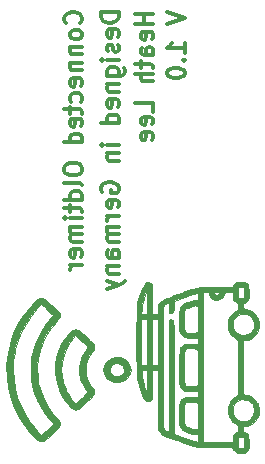
<source format=gbr>
%TF.GenerationSoftware,KiCad,Pcbnew,(5.0.2)-1*%
%TF.CreationDate,2019-09-06T13:10:14+02:00*%
%TF.ProjectId,Connected-OldtimerHardware,436f6e6e-6563-4746-9564-2d4f6c647469,rev?*%
%TF.SameCoordinates,Original*%
%TF.FileFunction,Legend,Bot*%
%TF.FilePolarity,Positive*%
%FSLAX46Y46*%
G04 Gerber Fmt 4.6, Leading zero omitted, Abs format (unit mm)*
G04 Created by KiCad (PCBNEW (5.0.2)-1) date 06/09/2019 13:10:15*
%MOMM*%
%LPD*%
G01*
G04 APERTURE LIST*
%ADD10C,0.300000*%
%ADD11C,0.010000*%
G04 APERTURE END LIST*
D10*
X110378571Y-64142857D02*
X111878571Y-64642857D01*
X110378571Y-65142857D01*
X111878571Y-67571428D02*
X111878571Y-66714285D01*
X111878571Y-67142857D02*
X110378571Y-67142857D01*
X110592857Y-67000000D01*
X110735714Y-66857142D01*
X110807142Y-66714285D01*
X111735714Y-68214285D02*
X111807142Y-68285714D01*
X111878571Y-68214285D01*
X111807142Y-68142857D01*
X111735714Y-68214285D01*
X111878571Y-68214285D01*
X110378571Y-69214285D02*
X110378571Y-69357142D01*
X110450000Y-69500000D01*
X110521428Y-69571428D01*
X110664285Y-69642857D01*
X110950000Y-69714285D01*
X111307142Y-69714285D01*
X111592857Y-69642857D01*
X111735714Y-69571428D01*
X111807142Y-69500000D01*
X111878571Y-69357142D01*
X111878571Y-69214285D01*
X111807142Y-69071428D01*
X111735714Y-69000000D01*
X111592857Y-68928571D01*
X111307142Y-68857142D01*
X110950000Y-68857142D01*
X110664285Y-68928571D01*
X110521428Y-69000000D01*
X110450000Y-69071428D01*
X110378571Y-69214285D01*
X109178571Y-64278571D02*
X107678571Y-64278571D01*
X108392857Y-64278571D02*
X108392857Y-65135714D01*
X109178571Y-65135714D02*
X107678571Y-65135714D01*
X109107142Y-66421428D02*
X109178571Y-66278571D01*
X109178571Y-65992857D01*
X109107142Y-65850000D01*
X108964285Y-65778571D01*
X108392857Y-65778571D01*
X108250000Y-65850000D01*
X108178571Y-65992857D01*
X108178571Y-66278571D01*
X108250000Y-66421428D01*
X108392857Y-66492857D01*
X108535714Y-66492857D01*
X108678571Y-65778571D01*
X109178571Y-67778571D02*
X108392857Y-67778571D01*
X108250000Y-67707142D01*
X108178571Y-67564285D01*
X108178571Y-67278571D01*
X108250000Y-67135714D01*
X109107142Y-67778571D02*
X109178571Y-67635714D01*
X109178571Y-67278571D01*
X109107142Y-67135714D01*
X108964285Y-67064285D01*
X108821428Y-67064285D01*
X108678571Y-67135714D01*
X108607142Y-67278571D01*
X108607142Y-67635714D01*
X108535714Y-67778571D01*
X108178571Y-68278571D02*
X108178571Y-68850000D01*
X107678571Y-68492857D02*
X108964285Y-68492857D01*
X109107142Y-68564285D01*
X109178571Y-68707142D01*
X109178571Y-68850000D01*
X109178571Y-69350000D02*
X107678571Y-69350000D01*
X109178571Y-69992857D02*
X108392857Y-69992857D01*
X108250000Y-69921428D01*
X108178571Y-69778571D01*
X108178571Y-69564285D01*
X108250000Y-69421428D01*
X108321428Y-69350000D01*
X109178571Y-72564285D02*
X109178571Y-71850000D01*
X107678571Y-71850000D01*
X109107142Y-73635714D02*
X109178571Y-73492857D01*
X109178571Y-73207142D01*
X109107142Y-73064285D01*
X108964285Y-72992857D01*
X108392857Y-72992857D01*
X108250000Y-73064285D01*
X108178571Y-73207142D01*
X108178571Y-73492857D01*
X108250000Y-73635714D01*
X108392857Y-73707142D01*
X108535714Y-73707142D01*
X108678571Y-72992857D01*
X109107142Y-74921428D02*
X109178571Y-74778571D01*
X109178571Y-74492857D01*
X109107142Y-74350000D01*
X108964285Y-74278571D01*
X108392857Y-74278571D01*
X108250000Y-74350000D01*
X108178571Y-74492857D01*
X108178571Y-74778571D01*
X108250000Y-74921428D01*
X108392857Y-74992857D01*
X108535714Y-74992857D01*
X108678571Y-74278571D01*
X106278571Y-64157142D02*
X104778571Y-64157142D01*
X104778571Y-64514285D01*
X104850000Y-64728571D01*
X104992857Y-64871428D01*
X105135714Y-64942857D01*
X105421428Y-65014285D01*
X105635714Y-65014285D01*
X105921428Y-64942857D01*
X106064285Y-64871428D01*
X106207142Y-64728571D01*
X106278571Y-64514285D01*
X106278571Y-64157142D01*
X106207142Y-66228571D02*
X106278571Y-66085714D01*
X106278571Y-65800000D01*
X106207142Y-65657142D01*
X106064285Y-65585714D01*
X105492857Y-65585714D01*
X105350000Y-65657142D01*
X105278571Y-65800000D01*
X105278571Y-66085714D01*
X105350000Y-66228571D01*
X105492857Y-66300000D01*
X105635714Y-66300000D01*
X105778571Y-65585714D01*
X106207142Y-66871428D02*
X106278571Y-67014285D01*
X106278571Y-67300000D01*
X106207142Y-67442857D01*
X106064285Y-67514285D01*
X105992857Y-67514285D01*
X105850000Y-67442857D01*
X105778571Y-67300000D01*
X105778571Y-67085714D01*
X105707142Y-66942857D01*
X105564285Y-66871428D01*
X105492857Y-66871428D01*
X105350000Y-66942857D01*
X105278571Y-67085714D01*
X105278571Y-67300000D01*
X105350000Y-67442857D01*
X106278571Y-68157142D02*
X105278571Y-68157142D01*
X104778571Y-68157142D02*
X104850000Y-68085714D01*
X104921428Y-68157142D01*
X104850000Y-68228571D01*
X104778571Y-68157142D01*
X104921428Y-68157142D01*
X105278571Y-69514285D02*
X106492857Y-69514285D01*
X106635714Y-69442857D01*
X106707142Y-69371428D01*
X106778571Y-69228571D01*
X106778571Y-69014285D01*
X106707142Y-68871428D01*
X106207142Y-69514285D02*
X106278571Y-69371428D01*
X106278571Y-69085714D01*
X106207142Y-68942857D01*
X106135714Y-68871428D01*
X105992857Y-68800000D01*
X105564285Y-68800000D01*
X105421428Y-68871428D01*
X105350000Y-68942857D01*
X105278571Y-69085714D01*
X105278571Y-69371428D01*
X105350000Y-69514285D01*
X105278571Y-70228571D02*
X106278571Y-70228571D01*
X105421428Y-70228571D02*
X105350000Y-70300000D01*
X105278571Y-70442857D01*
X105278571Y-70657142D01*
X105350000Y-70800000D01*
X105492857Y-70871428D01*
X106278571Y-70871428D01*
X106207142Y-72157142D02*
X106278571Y-72014285D01*
X106278571Y-71728571D01*
X106207142Y-71585714D01*
X106064285Y-71514285D01*
X105492857Y-71514285D01*
X105350000Y-71585714D01*
X105278571Y-71728571D01*
X105278571Y-72014285D01*
X105350000Y-72157142D01*
X105492857Y-72228571D01*
X105635714Y-72228571D01*
X105778571Y-71514285D01*
X106278571Y-73514285D02*
X104778571Y-73514285D01*
X106207142Y-73514285D02*
X106278571Y-73371428D01*
X106278571Y-73085714D01*
X106207142Y-72942857D01*
X106135714Y-72871428D01*
X105992857Y-72800000D01*
X105564285Y-72800000D01*
X105421428Y-72871428D01*
X105350000Y-72942857D01*
X105278571Y-73085714D01*
X105278571Y-73371428D01*
X105350000Y-73514285D01*
X106278571Y-75371428D02*
X105278571Y-75371428D01*
X104778571Y-75371428D02*
X104850000Y-75300000D01*
X104921428Y-75371428D01*
X104850000Y-75442857D01*
X104778571Y-75371428D01*
X104921428Y-75371428D01*
X105278571Y-76085714D02*
X106278571Y-76085714D01*
X105421428Y-76085714D02*
X105350000Y-76157142D01*
X105278571Y-76300000D01*
X105278571Y-76514285D01*
X105350000Y-76657142D01*
X105492857Y-76728571D01*
X106278571Y-76728571D01*
X104850000Y-79371428D02*
X104778571Y-79228571D01*
X104778571Y-79014285D01*
X104850000Y-78800000D01*
X104992857Y-78657142D01*
X105135714Y-78585714D01*
X105421428Y-78514285D01*
X105635714Y-78514285D01*
X105921428Y-78585714D01*
X106064285Y-78657142D01*
X106207142Y-78800000D01*
X106278571Y-79014285D01*
X106278571Y-79157142D01*
X106207142Y-79371428D01*
X106135714Y-79442857D01*
X105635714Y-79442857D01*
X105635714Y-79157142D01*
X106207142Y-80657142D02*
X106278571Y-80514285D01*
X106278571Y-80228571D01*
X106207142Y-80085714D01*
X106064285Y-80014285D01*
X105492857Y-80014285D01*
X105350000Y-80085714D01*
X105278571Y-80228571D01*
X105278571Y-80514285D01*
X105350000Y-80657142D01*
X105492857Y-80728571D01*
X105635714Y-80728571D01*
X105778571Y-80014285D01*
X106278571Y-81371428D02*
X105278571Y-81371428D01*
X105564285Y-81371428D02*
X105421428Y-81442857D01*
X105350000Y-81514285D01*
X105278571Y-81657142D01*
X105278571Y-81800000D01*
X106278571Y-82300000D02*
X105278571Y-82300000D01*
X105421428Y-82300000D02*
X105350000Y-82371428D01*
X105278571Y-82514285D01*
X105278571Y-82728571D01*
X105350000Y-82871428D01*
X105492857Y-82942857D01*
X106278571Y-82942857D01*
X105492857Y-82942857D02*
X105350000Y-83014285D01*
X105278571Y-83157142D01*
X105278571Y-83371428D01*
X105350000Y-83514285D01*
X105492857Y-83585714D01*
X106278571Y-83585714D01*
X106278571Y-84942857D02*
X105492857Y-84942857D01*
X105350000Y-84871428D01*
X105278571Y-84728571D01*
X105278571Y-84442857D01*
X105350000Y-84300000D01*
X106207142Y-84942857D02*
X106278571Y-84800000D01*
X106278571Y-84442857D01*
X106207142Y-84300000D01*
X106064285Y-84228571D01*
X105921428Y-84228571D01*
X105778571Y-84300000D01*
X105707142Y-84442857D01*
X105707142Y-84800000D01*
X105635714Y-84942857D01*
X105278571Y-85657142D02*
X106278571Y-85657142D01*
X105421428Y-85657142D02*
X105350000Y-85728571D01*
X105278571Y-85871428D01*
X105278571Y-86085714D01*
X105350000Y-86228571D01*
X105492857Y-86300000D01*
X106278571Y-86300000D01*
X105278571Y-86871428D02*
X106278571Y-87228571D01*
X105278571Y-87585714D02*
X106278571Y-87228571D01*
X106635714Y-87085714D01*
X106707142Y-87014285D01*
X106778571Y-86871428D01*
X103035714Y-65071428D02*
X103107142Y-65000000D01*
X103178571Y-64785714D01*
X103178571Y-64642857D01*
X103107142Y-64428571D01*
X102964285Y-64285714D01*
X102821428Y-64214285D01*
X102535714Y-64142857D01*
X102321428Y-64142857D01*
X102035714Y-64214285D01*
X101892857Y-64285714D01*
X101750000Y-64428571D01*
X101678571Y-64642857D01*
X101678571Y-64785714D01*
X101750000Y-65000000D01*
X101821428Y-65071428D01*
X103178571Y-65928571D02*
X103107142Y-65785714D01*
X103035714Y-65714285D01*
X102892857Y-65642857D01*
X102464285Y-65642857D01*
X102321428Y-65714285D01*
X102250000Y-65785714D01*
X102178571Y-65928571D01*
X102178571Y-66142857D01*
X102250000Y-66285714D01*
X102321428Y-66357142D01*
X102464285Y-66428571D01*
X102892857Y-66428571D01*
X103035714Y-66357142D01*
X103107142Y-66285714D01*
X103178571Y-66142857D01*
X103178571Y-65928571D01*
X102178571Y-67071428D02*
X103178571Y-67071428D01*
X102321428Y-67071428D02*
X102250000Y-67142857D01*
X102178571Y-67285714D01*
X102178571Y-67500000D01*
X102250000Y-67642857D01*
X102392857Y-67714285D01*
X103178571Y-67714285D01*
X102178571Y-68428571D02*
X103178571Y-68428571D01*
X102321428Y-68428571D02*
X102250000Y-68500000D01*
X102178571Y-68642857D01*
X102178571Y-68857142D01*
X102250000Y-69000000D01*
X102392857Y-69071428D01*
X103178571Y-69071428D01*
X103107142Y-70357142D02*
X103178571Y-70214285D01*
X103178571Y-69928571D01*
X103107142Y-69785714D01*
X102964285Y-69714285D01*
X102392857Y-69714285D01*
X102250000Y-69785714D01*
X102178571Y-69928571D01*
X102178571Y-70214285D01*
X102250000Y-70357142D01*
X102392857Y-70428571D01*
X102535714Y-70428571D01*
X102678571Y-69714285D01*
X103107142Y-71714285D02*
X103178571Y-71571428D01*
X103178571Y-71285714D01*
X103107142Y-71142857D01*
X103035714Y-71071428D01*
X102892857Y-71000000D01*
X102464285Y-71000000D01*
X102321428Y-71071428D01*
X102250000Y-71142857D01*
X102178571Y-71285714D01*
X102178571Y-71571428D01*
X102250000Y-71714285D01*
X102178571Y-72142857D02*
X102178571Y-72714285D01*
X101678571Y-72357142D02*
X102964285Y-72357142D01*
X103107142Y-72428571D01*
X103178571Y-72571428D01*
X103178571Y-72714285D01*
X103107142Y-73785714D02*
X103178571Y-73642857D01*
X103178571Y-73357142D01*
X103107142Y-73214285D01*
X102964285Y-73142857D01*
X102392857Y-73142857D01*
X102250000Y-73214285D01*
X102178571Y-73357142D01*
X102178571Y-73642857D01*
X102250000Y-73785714D01*
X102392857Y-73857142D01*
X102535714Y-73857142D01*
X102678571Y-73142857D01*
X103178571Y-75142857D02*
X101678571Y-75142857D01*
X103107142Y-75142857D02*
X103178571Y-75000000D01*
X103178571Y-74714285D01*
X103107142Y-74571428D01*
X103035714Y-74500000D01*
X102892857Y-74428571D01*
X102464285Y-74428571D01*
X102321428Y-74500000D01*
X102250000Y-74571428D01*
X102178571Y-74714285D01*
X102178571Y-75000000D01*
X102250000Y-75142857D01*
X101678571Y-77285714D02*
X101678571Y-77571428D01*
X101750000Y-77714285D01*
X101892857Y-77857142D01*
X102178571Y-77928571D01*
X102678571Y-77928571D01*
X102964285Y-77857142D01*
X103107142Y-77714285D01*
X103178571Y-77571428D01*
X103178571Y-77285714D01*
X103107142Y-77142857D01*
X102964285Y-76999999D01*
X102678571Y-76928571D01*
X102178571Y-76928571D01*
X101892857Y-76999999D01*
X101750000Y-77142857D01*
X101678571Y-77285714D01*
X103178571Y-78785714D02*
X103107142Y-78642857D01*
X102964285Y-78571428D01*
X101678571Y-78571428D01*
X103178571Y-79999999D02*
X101678571Y-79999999D01*
X103107142Y-79999999D02*
X103178571Y-79857142D01*
X103178571Y-79571428D01*
X103107142Y-79428571D01*
X103035714Y-79357142D01*
X102892857Y-79285714D01*
X102464285Y-79285714D01*
X102321428Y-79357142D01*
X102250000Y-79428571D01*
X102178571Y-79571428D01*
X102178571Y-79857142D01*
X102250000Y-79999999D01*
X102178571Y-80499999D02*
X102178571Y-81071428D01*
X101678571Y-80714285D02*
X102964285Y-80714285D01*
X103107142Y-80785714D01*
X103178571Y-80928571D01*
X103178571Y-81071428D01*
X103178571Y-81571428D02*
X102178571Y-81571428D01*
X101678571Y-81571428D02*
X101750000Y-81499999D01*
X101821428Y-81571428D01*
X101750000Y-81642857D01*
X101678571Y-81571428D01*
X101821428Y-81571428D01*
X103178571Y-82285714D02*
X102178571Y-82285714D01*
X102321428Y-82285714D02*
X102250000Y-82357142D01*
X102178571Y-82499999D01*
X102178571Y-82714285D01*
X102250000Y-82857142D01*
X102392857Y-82928571D01*
X103178571Y-82928571D01*
X102392857Y-82928571D02*
X102250000Y-82999999D01*
X102178571Y-83142857D01*
X102178571Y-83357142D01*
X102250000Y-83499999D01*
X102392857Y-83571428D01*
X103178571Y-83571428D01*
X103107142Y-84857142D02*
X103178571Y-84714285D01*
X103178571Y-84428571D01*
X103107142Y-84285714D01*
X102964285Y-84214285D01*
X102392857Y-84214285D01*
X102250000Y-84285714D01*
X102178571Y-84428571D01*
X102178571Y-84714285D01*
X102250000Y-84857142D01*
X102392857Y-84928571D01*
X102535714Y-84928571D01*
X102678571Y-84214285D01*
X103178571Y-85571428D02*
X102178571Y-85571428D01*
X102464285Y-85571428D02*
X102321428Y-85642857D01*
X102250000Y-85714285D01*
X102178571Y-85857142D01*
X102178571Y-85999999D01*
D11*
G36*
X107787450Y-91455365D02*
X107788028Y-90961193D01*
X107789200Y-90538284D01*
X107791122Y-90179934D01*
X107793949Y-89879444D01*
X107797835Y-89630109D01*
X107802935Y-89425229D01*
X107809403Y-89258101D01*
X107817395Y-89122024D01*
X107827066Y-89010295D01*
X107838569Y-88916213D01*
X107852060Y-88833075D01*
X107862296Y-88780119D01*
X107937965Y-88461853D01*
X108034300Y-88138077D01*
X108144808Y-87825235D01*
X108262994Y-87539775D01*
X108382367Y-87298141D01*
X108496431Y-87116781D01*
X108539922Y-87063917D01*
X108663256Y-86986713D01*
X108813839Y-86972709D01*
X108961540Y-87022849D01*
X108999560Y-87049544D01*
X109099500Y-87130422D01*
X109111864Y-88404211D01*
X109124229Y-89678000D01*
X109586333Y-89678000D01*
X109586569Y-89413417D01*
X109599931Y-89154808D01*
X109645289Y-88953895D01*
X109731336Y-88786978D01*
X109866772Y-88630356D01*
X109877804Y-88619667D01*
X109938057Y-88564290D01*
X110000447Y-88515240D01*
X110074744Y-88468231D01*
X110170717Y-88418977D01*
X110298135Y-88363190D01*
X110466768Y-88296583D01*
X110686387Y-88214871D01*
X110966760Y-88113765D01*
X111304586Y-87993615D01*
X111622142Y-87881513D01*
X111924653Y-87775645D01*
X112199947Y-87680198D01*
X112435852Y-87599363D01*
X112620197Y-87537330D01*
X112740808Y-87498287D01*
X112763592Y-87491437D01*
X112846427Y-87472271D01*
X112956198Y-87456249D01*
X113101695Y-87442918D01*
X113291705Y-87431825D01*
X113535019Y-87422516D01*
X113840423Y-87414538D01*
X114216708Y-87407436D01*
X114465646Y-87403617D01*
X115937125Y-87382420D01*
X115962516Y-87281252D01*
X116011455Y-87186975D01*
X116098403Y-87087674D01*
X116113535Y-87074376D01*
X116182808Y-87022966D01*
X116256108Y-86991494D01*
X116356165Y-86975179D01*
X116505709Y-86969241D01*
X116616247Y-86968667D01*
X116799405Y-86970444D01*
X116920935Y-86979450D01*
X117003856Y-87001198D01*
X117071189Y-87041202D01*
X117131582Y-87092089D01*
X117269833Y-87215510D01*
X117283390Y-87801172D01*
X117288021Y-88036691D01*
X117287881Y-88204295D01*
X117281021Y-88320687D01*
X117265494Y-88402573D01*
X117239351Y-88466656D01*
X117200644Y-88529641D01*
X117197957Y-88533636D01*
X117084323Y-88654090D01*
X116962150Y-88719677D01*
X116882438Y-88747758D01*
X116841847Y-88789368D01*
X116827208Y-88869744D01*
X116825333Y-88981903D01*
X116825333Y-89204892D01*
X117005250Y-89233557D01*
X117311181Y-89320097D01*
X117592168Y-89471678D01*
X117832336Y-89675901D01*
X118015813Y-89920368D01*
X118092751Y-90082984D01*
X118170754Y-90402291D01*
X118171531Y-90718140D01*
X118101365Y-91019264D01*
X117966538Y-91294391D01*
X117773332Y-91532255D01*
X117528028Y-91721585D01*
X117236910Y-91851113D01*
X117086497Y-91888043D01*
X116857733Y-91930585D01*
X116857733Y-91487083D01*
X116901413Y-91483348D01*
X117174483Y-91419695D01*
X117402738Y-91293244D01*
X117579492Y-91115853D01*
X117698060Y-90899380D01*
X117751754Y-90655683D01*
X117733888Y-90396620D01*
X117649432Y-90156765D01*
X117495791Y-89934854D01*
X117295381Y-89775251D01*
X117062448Y-89681560D01*
X116811238Y-89657390D01*
X116555995Y-89706347D01*
X116325969Y-89821692D01*
X116126203Y-89996238D01*
X116001128Y-90203176D01*
X115946316Y-90451763D01*
X115944942Y-90618093D01*
X115989796Y-90887850D01*
X116097100Y-91105095D01*
X116273829Y-91280537D01*
X116444595Y-91385245D01*
X116596678Y-91455380D01*
X116720559Y-91486356D01*
X116857733Y-91487083D01*
X116857733Y-91930585D01*
X116825333Y-91936611D01*
X116825333Y-96481874D01*
X117033700Y-96506552D01*
X117324312Y-96581770D01*
X117597003Y-96729918D01*
X117835795Y-96939280D01*
X118024707Y-97198141D01*
X118055525Y-97255667D01*
X118111179Y-97413968D01*
X118150552Y-97618780D01*
X118170646Y-97838134D01*
X118168460Y-98040063D01*
X118142899Y-98187000D01*
X118016165Y-98465083D01*
X117835928Y-98711646D01*
X117616080Y-98915196D01*
X117370516Y-99064236D01*
X117113130Y-99147274D01*
X116965959Y-99160667D01*
X116846122Y-99160667D01*
X116846122Y-98736604D01*
X117074190Y-98710842D01*
X117291293Y-98627267D01*
X117485128Y-98483192D01*
X117643392Y-98275930D01*
X117678725Y-98208167D01*
X117742562Y-97986700D01*
X117746830Y-97740212D01*
X117693873Y-97501438D01*
X117617030Y-97345630D01*
X117436235Y-97140870D01*
X117216795Y-97000958D01*
X116973738Y-96928152D01*
X116722094Y-96924714D01*
X116476890Y-96992903D01*
X116253155Y-97134978D01*
X116247708Y-97139724D01*
X116067198Y-97347169D01*
X115964515Y-97586649D01*
X115936333Y-97827583D01*
X115971857Y-98092269D01*
X116070226Y-98315265D01*
X116219139Y-98493884D01*
X116406294Y-98625438D01*
X116619389Y-98707240D01*
X116846122Y-98736604D01*
X116846122Y-99160667D01*
X116825333Y-99160667D01*
X116825333Y-99414667D01*
X116828458Y-99556601D01*
X116842093Y-99633296D01*
X116872629Y-99664080D01*
X116909332Y-99668667D01*
X116991931Y-99695703D01*
X117097067Y-99763343D01*
X117131582Y-99792089D01*
X117269833Y-99915510D01*
X117282001Y-100501172D01*
X117285810Y-100739946D01*
X117284541Y-100910732D01*
X117276495Y-101030143D01*
X117259970Y-101114791D01*
X117233269Y-101181287D01*
X117207898Y-101225472D01*
X117125711Y-101329028D01*
X117021344Y-101395719D01*
X116876149Y-101432315D01*
X116671479Y-101445586D01*
X116600327Y-101446043D01*
X116378563Y-101435431D01*
X116359667Y-101431034D01*
X116359667Y-101023334D01*
X116867667Y-101023334D01*
X116867667Y-100092000D01*
X116359667Y-100092000D01*
X116359667Y-101023334D01*
X116359667Y-101431034D01*
X116221311Y-101398835D01*
X116110193Y-101327510D01*
X116026827Y-101212715D01*
X116000929Y-101160917D01*
X115917358Y-100981000D01*
X114519262Y-100980265D01*
X114088790Y-100978971D01*
X113734615Y-100975383D01*
X113448390Y-100969197D01*
X113438667Y-100968808D01*
X113438667Y-100557667D01*
X115927079Y-100557667D01*
X115943335Y-100235761D01*
X115954415Y-100068118D01*
X115972718Y-99959755D01*
X116007003Y-99885298D01*
X116066030Y-99819375D01*
X116096796Y-99791261D01*
X116201054Y-99714666D01*
X116295250Y-99671898D01*
X116318001Y-99668667D01*
X116362677Y-99660280D01*
X116388005Y-99622910D01*
X116399330Y-99538243D01*
X116401998Y-99387964D01*
X116402000Y-99380838D01*
X116402000Y-99093009D01*
X116252699Y-99039021D01*
X116088119Y-98947087D01*
X115916802Y-98797984D01*
X115759845Y-98614504D01*
X115638341Y-98419442D01*
X115601321Y-98335218D01*
X115531890Y-98054921D01*
X115515838Y-97751204D01*
X115553943Y-97461202D01*
X115580991Y-97367539D01*
X115669999Y-97188701D01*
X115809427Y-96998808D01*
X115976302Y-96823508D01*
X116147650Y-96688448D01*
X116229897Y-96643083D01*
X116402000Y-96565475D01*
X116402000Y-91852682D01*
X116253413Y-91781826D01*
X116025807Y-91633976D01*
X115818487Y-91426223D01*
X115654812Y-91183275D01*
X115619565Y-91111372D01*
X115559759Y-90967302D01*
X115526941Y-90847170D01*
X115515564Y-90716731D01*
X115520079Y-90541742D01*
X115521856Y-90508229D01*
X115572142Y-90169439D01*
X115685218Y-89884915D01*
X115865060Y-89648016D01*
X116115649Y-89452101D01*
X116175753Y-89416604D01*
X116402000Y-89288918D01*
X116401569Y-89028376D01*
X116401139Y-88767834D01*
X116359667Y-88750414D01*
X116359667Y-88323334D01*
X116867667Y-88323334D01*
X116867667Y-87392000D01*
X116359667Y-87392000D01*
X116359667Y-88323334D01*
X116359667Y-88750414D01*
X116231205Y-88696454D01*
X116089267Y-88605203D01*
X115996206Y-88465687D01*
X115947161Y-88267562D01*
X115936333Y-88068981D01*
X115936333Y-87811910D01*
X115241079Y-87836500D01*
X115211952Y-87979468D01*
X115131231Y-88184332D01*
X114992071Y-88344661D01*
X114811680Y-88452941D01*
X114616947Y-88499351D01*
X114616947Y-88068061D01*
X114721043Y-88025446D01*
X114784768Y-87941749D01*
X114793333Y-87889322D01*
X114782226Y-87843581D01*
X114735384Y-87822759D01*
X114632525Y-87820776D01*
X114574411Y-87823705D01*
X114419887Y-87844790D01*
X114346102Y-87886381D01*
X114351224Y-87950260D01*
X114392300Y-88000920D01*
X114498644Y-88062313D01*
X114616947Y-88068061D01*
X114616947Y-88499351D01*
X114607267Y-88501658D01*
X114396042Y-88483296D01*
X114225454Y-88410239D01*
X114116407Y-88313007D01*
X114013605Y-88173070D01*
X113936466Y-88022086D01*
X113904405Y-87891717D01*
X113904333Y-87886635D01*
X113889008Y-87844665D01*
X113830706Y-87822860D01*
X113710942Y-87815557D01*
X113671500Y-87815334D01*
X113438667Y-87815334D01*
X113438667Y-100557667D01*
X113438667Y-100968808D01*
X113221771Y-100960110D01*
X113046410Y-100947821D01*
X112953480Y-100936739D01*
X112953480Y-100515334D01*
X112986297Y-100497345D01*
X113005547Y-100433502D01*
X113014117Y-100308993D01*
X113015333Y-100197834D01*
X113015333Y-99880334D01*
X112808716Y-99880334D01*
X112730951Y-99870978D01*
X112730951Y-99441414D01*
X112846527Y-99433771D01*
X112924398Y-99384711D01*
X112960812Y-99330000D01*
X112979013Y-99250933D01*
X112993731Y-99103360D01*
X113004919Y-98902953D01*
X113012532Y-98665383D01*
X113016527Y-98406323D01*
X113016858Y-98141444D01*
X113013481Y-97886416D01*
X113006349Y-97656912D01*
X112995420Y-97468604D01*
X112980647Y-97337162D01*
X112966662Y-97284634D01*
X112925118Y-97216983D01*
X112874052Y-97172506D01*
X112796137Y-97146351D01*
X112674048Y-97133666D01*
X112490457Y-97129597D01*
X112412083Y-97129315D01*
X112232204Y-97128978D01*
X112093750Y-97135113D01*
X111991311Y-97157493D01*
X111919476Y-97205887D01*
X111872835Y-97290064D01*
X111845977Y-97419796D01*
X111833493Y-97604853D01*
X111829970Y-97855004D01*
X111830000Y-98180019D01*
X111830000Y-98180439D01*
X111829590Y-98489138D01*
X111831866Y-98725128D01*
X111842088Y-98900326D01*
X111865512Y-99026652D01*
X111907399Y-99116022D01*
X111973006Y-99180357D01*
X112067592Y-99231573D01*
X112196416Y-99281589D01*
X112338384Y-99332653D01*
X112565595Y-99407691D01*
X112730951Y-99441414D01*
X112730951Y-99870978D01*
X112673332Y-99864045D01*
X112485769Y-99820511D01*
X112270832Y-99757727D01*
X112053323Y-99683690D01*
X111858049Y-99606395D01*
X111709812Y-99533840D01*
X111683177Y-99517488D01*
X111601106Y-99437528D01*
X111518275Y-99317562D01*
X111493412Y-99270795D01*
X111464645Y-99205120D01*
X111443005Y-99134581D01*
X111427492Y-99046477D01*
X111417105Y-98928107D01*
X111410846Y-98766772D01*
X111407712Y-98549770D01*
X111406704Y-98264402D01*
X111406667Y-98169449D01*
X111407959Y-97830667D01*
X111413515Y-97564922D01*
X111425855Y-97360604D01*
X111447500Y-97206103D01*
X111480968Y-97089808D01*
X111528779Y-97000107D01*
X111593454Y-96925390D01*
X111677513Y-96854046D01*
X111695079Y-96840528D01*
X111758016Y-96795086D01*
X111818137Y-96763667D01*
X111892098Y-96743686D01*
X111996556Y-96732557D01*
X112148165Y-96727697D01*
X112363584Y-96726522D01*
X112429955Y-96726500D01*
X113015333Y-96726500D01*
X113015333Y-96214655D01*
X112496750Y-96230151D01*
X112273522Y-96235483D01*
X112194590Y-96234878D01*
X112194590Y-95818402D01*
X112327716Y-95816874D01*
X112403424Y-95816334D01*
X112594351Y-95814650D01*
X112721054Y-95806779D01*
X112803956Y-95788493D01*
X112863477Y-95755564D01*
X112913027Y-95710822D01*
X113018540Y-95605309D01*
X113006353Y-94162204D01*
X113002864Y-93773920D01*
X112999281Y-93461589D01*
X112995057Y-93216498D01*
X112989645Y-93029935D01*
X112982498Y-92893187D01*
X112973069Y-92797543D01*
X112960812Y-92734288D01*
X112945178Y-92694712D01*
X112925622Y-92670101D01*
X112911992Y-92659050D01*
X112829879Y-92626453D01*
X112685188Y-92606900D01*
X112468184Y-92599216D01*
X112414575Y-92599000D01*
X112264793Y-92597372D01*
X112142909Y-92597730D01*
X112046066Y-92607941D01*
X111971406Y-92635871D01*
X111916069Y-92689384D01*
X111877198Y-92776347D01*
X111851935Y-92904626D01*
X111837420Y-93082086D01*
X111830796Y-93316593D01*
X111829204Y-93616012D01*
X111829787Y-93988210D01*
X111830000Y-94207667D01*
X111829439Y-94619802D01*
X111829625Y-94955164D01*
X111833364Y-95221620D01*
X111843459Y-95427039D01*
X111862716Y-95579290D01*
X111893939Y-95686240D01*
X111939934Y-95755758D01*
X112003504Y-95795713D01*
X112087455Y-95813971D01*
X112194590Y-95818402D01*
X112194590Y-96234878D01*
X112114994Y-96234266D01*
X112001307Y-96224180D01*
X111912600Y-96202909D01*
X111829013Y-96168136D01*
X111787667Y-96147407D01*
X111623614Y-96033246D01*
X111508526Y-95873731D01*
X111500744Y-95858667D01*
X111475561Y-95807240D01*
X111455267Y-95756620D01*
X111439413Y-95697661D01*
X111427548Y-95621212D01*
X111419224Y-95518126D01*
X111413990Y-95379254D01*
X111411396Y-95195448D01*
X111410993Y-94957559D01*
X111412331Y-94656438D01*
X111414960Y-94282938D01*
X111416078Y-94136626D01*
X111419337Y-93735378D01*
X111422677Y-93410030D01*
X111426627Y-93151814D01*
X111431711Y-92951966D01*
X111438458Y-92801717D01*
X111447393Y-92692302D01*
X111459043Y-92614955D01*
X111473936Y-92560909D01*
X111492597Y-92521398D01*
X111515116Y-92488241D01*
X111602466Y-92378898D01*
X111686064Y-92300858D01*
X111782249Y-92248891D01*
X111907363Y-92217769D01*
X112077746Y-92202263D01*
X112309738Y-92197144D01*
X112425771Y-92196834D01*
X113015333Y-92196834D01*
X113015347Y-91688834D01*
X112454423Y-91688834D01*
X112251961Y-91687777D01*
X112251961Y-91265691D01*
X112430851Y-91265500D01*
X112603894Y-91265675D01*
X112738959Y-91259989D01*
X112840742Y-91239129D01*
X112913939Y-91193781D01*
X112963243Y-91114633D01*
X112993350Y-90992370D01*
X113008956Y-90817678D01*
X113014754Y-90581245D01*
X113015441Y-90273757D01*
X113015333Y-90106063D01*
X113014478Y-89785940D01*
X113011466Y-89539720D01*
X113005624Y-89356652D01*
X112996279Y-89225987D01*
X112982759Y-89136973D01*
X112964392Y-89078861D01*
X112949433Y-89052420D01*
X112845104Y-88972553D01*
X112761821Y-88958334D01*
X112655535Y-88973865D01*
X112504467Y-89014774D01*
X112331498Y-89072541D01*
X112159506Y-89138640D01*
X112011373Y-89204549D01*
X111909978Y-89261745D01*
X111882917Y-89285738D01*
X111863204Y-89339992D01*
X111848467Y-89448689D01*
X111838298Y-89619089D01*
X111832291Y-89858453D01*
X111830039Y-90174041D01*
X111830000Y-90229864D01*
X111829925Y-90552143D01*
X111833509Y-90799633D01*
X111846469Y-90982184D01*
X111874521Y-91109650D01*
X111923381Y-91191881D01*
X111998763Y-91238731D01*
X112106385Y-91260050D01*
X112251961Y-91265691D01*
X112251961Y-91687777D01*
X112221492Y-91687617D01*
X112055550Y-91682374D01*
X111938935Y-91670720D01*
X111853984Y-91650267D01*
X111783036Y-91618628D01*
X111737753Y-91591987D01*
X111603513Y-91474349D01*
X111497320Y-91320101D01*
X111494337Y-91314038D01*
X111465080Y-91247521D01*
X111443151Y-91176811D01*
X111427526Y-91089041D01*
X111417177Y-90971340D01*
X111411080Y-90810841D01*
X111408209Y-90594674D01*
X111407539Y-90309970D01*
X111407596Y-90225552D01*
X111409138Y-89865494D01*
X111416604Y-89579047D01*
X111435486Y-89355158D01*
X111471274Y-89182773D01*
X111529459Y-89050837D01*
X111615534Y-88948297D01*
X111734989Y-88864098D01*
X111893315Y-88787187D01*
X112096003Y-88706509D01*
X112177509Y-88675687D01*
X112464202Y-88580543D01*
X112693250Y-88533776D01*
X112793083Y-88527773D01*
X113015333Y-88528048D01*
X113015333Y-88214024D01*
X113013702Y-88053455D01*
X113005200Y-87959801D01*
X112984413Y-87915326D01*
X112945925Y-87902290D01*
X112920083Y-87901981D01*
X112854111Y-87916355D01*
X112721130Y-87955582D01*
X112533700Y-88015583D01*
X112304382Y-88092279D01*
X112045736Y-88181592D01*
X111893500Y-88235337D01*
X110962167Y-88566713D01*
X110941000Y-89060529D01*
X110928487Y-89291638D01*
X110910636Y-89451158D01*
X110882099Y-89552169D01*
X110837527Y-89607747D01*
X110771572Y-89630973D01*
X110706050Y-89635019D01*
X110624175Y-89622887D01*
X110569346Y-89576395D01*
X110536625Y-89482577D01*
X110521074Y-89328465D01*
X110517667Y-89140367D01*
X110513061Y-88941464D01*
X110499877Y-88808180D01*
X110479066Y-88748935D01*
X110473231Y-88746667D01*
X110365683Y-88777742D01*
X110241234Y-88856277D01*
X110131339Y-88960232D01*
X110092619Y-89013306D01*
X110080162Y-89035506D01*
X110069024Y-89062076D01*
X110059130Y-89097621D01*
X110050407Y-89146748D01*
X110042780Y-89214064D01*
X110036177Y-89304175D01*
X110030522Y-89421689D01*
X110025743Y-89571210D01*
X110021765Y-89757347D01*
X110018515Y-89984705D01*
X110015918Y-90257891D01*
X110013901Y-90581511D01*
X110012390Y-90960173D01*
X110011311Y-91398483D01*
X110010591Y-91901047D01*
X110010154Y-92472472D01*
X110009929Y-93117364D01*
X110009839Y-93840330D01*
X110009825Y-94177277D01*
X110009704Y-94953568D01*
X110009553Y-95649668D01*
X110009613Y-96270055D01*
X110010126Y-96819203D01*
X110011332Y-97301590D01*
X110013474Y-97721691D01*
X110016792Y-98083983D01*
X110021528Y-98392940D01*
X110027923Y-98653040D01*
X110036218Y-98868759D01*
X110046654Y-99044573D01*
X110059473Y-99184957D01*
X110074916Y-99294388D01*
X110093224Y-99377343D01*
X110114639Y-99438296D01*
X110139401Y-99481724D01*
X110167752Y-99512104D01*
X110199934Y-99533911D01*
X110236187Y-99551621D01*
X110276752Y-99569711D01*
X110301111Y-99581506D01*
X110408400Y-99633885D01*
X110480988Y-99664968D01*
X110494813Y-99668667D01*
X110497840Y-99627229D01*
X110500749Y-99506497D01*
X110503514Y-99311842D01*
X110506110Y-99048638D01*
X110508511Y-98722256D01*
X110510690Y-98338068D01*
X110512621Y-97901446D01*
X110514279Y-97417764D01*
X110515637Y-96892393D01*
X110516670Y-96330705D01*
X110517350Y-95738073D01*
X110517653Y-95119868D01*
X110517667Y-94956967D01*
X110517875Y-94184282D01*
X110518526Y-93492644D01*
X110519659Y-92878433D01*
X110521311Y-92338030D01*
X110523522Y-91867816D01*
X110526330Y-91464171D01*
X110529773Y-91123477D01*
X110533891Y-90842114D01*
X110538722Y-90616462D01*
X110544305Y-90442904D01*
X110550677Y-90317818D01*
X110557879Y-90237587D01*
X110565947Y-90198591D01*
X110568467Y-90194467D01*
X110669138Y-90147384D01*
X110788715Y-90165715D01*
X110863583Y-90213728D01*
X110875555Y-90227296D01*
X110886227Y-90248215D01*
X110895674Y-90281148D01*
X110903969Y-90330757D01*
X110911188Y-90401704D01*
X110917406Y-90498651D01*
X110922695Y-90626260D01*
X110927132Y-90789194D01*
X110930791Y-90992115D01*
X110933745Y-91239684D01*
X110936071Y-91536564D01*
X110937842Y-91887417D01*
X110939133Y-92296905D01*
X110940018Y-92769690D01*
X110940573Y-93310435D01*
X110940870Y-93923800D01*
X110940986Y-94614450D01*
X110941000Y-95055112D01*
X110941000Y-99826434D01*
X111916314Y-100170884D01*
X112189913Y-100266646D01*
X112438956Y-100352172D01*
X112651729Y-100423571D01*
X112816513Y-100476952D01*
X112921592Y-100508423D01*
X112953480Y-100515334D01*
X112953480Y-100936739D01*
X112913961Y-100932025D01*
X112846000Y-100919532D01*
X112736014Y-100889971D01*
X112563987Y-100836809D01*
X112341842Y-100764278D01*
X112081503Y-100676608D01*
X111794895Y-100578031D01*
X111493940Y-100472778D01*
X111190563Y-100365079D01*
X110896687Y-100259165D01*
X110624236Y-100159268D01*
X110385134Y-100069619D01*
X110191305Y-99994447D01*
X110054673Y-99937985D01*
X109989184Y-99905842D01*
X109841181Y-99771034D01*
X109713878Y-99586940D01*
X109633060Y-99393500D01*
X109621229Y-99305282D01*
X109611137Y-99133510D01*
X109602783Y-98878012D01*
X109596161Y-98538612D01*
X109591270Y-98115138D01*
X109588106Y-97607414D01*
X109586666Y-97015267D01*
X109586569Y-96821750D01*
X109586333Y-94419334D01*
X109120667Y-94419334D01*
X109120667Y-93996000D01*
X109586333Y-93996000D01*
X109586333Y-90101334D01*
X109120667Y-90101334D01*
X109120667Y-93996000D01*
X109120667Y-94419334D01*
X109120667Y-96838847D01*
X108991970Y-96967543D01*
X108895104Y-97050407D01*
X108811168Y-97077911D01*
X108731422Y-97069868D01*
X108650756Y-97045437D01*
X108650756Y-96296204D01*
X108671798Y-96254318D01*
X108684896Y-96139433D01*
X108691992Y-95948478D01*
X108695026Y-95678383D01*
X108695833Y-95403584D01*
X108697333Y-94419334D01*
X108697333Y-94000226D01*
X108697333Y-90101334D01*
X108697333Y-89678000D01*
X108693865Y-88651417D01*
X108690396Y-87624834D01*
X108584637Y-87856711D01*
X108495888Y-88083101D01*
X108408897Y-88359837D01*
X108332715Y-88652962D01*
X108276391Y-88928522D01*
X108252732Y-89102076D01*
X108235880Y-89273114D01*
X108218296Y-89436563D01*
X108208493Y-89519250D01*
X108188333Y-89678000D01*
X108697333Y-89678000D01*
X108697333Y-90101334D01*
X108188479Y-90101334D01*
X108199489Y-92038084D01*
X108210500Y-93974834D01*
X108453917Y-93987530D01*
X108697333Y-94000226D01*
X108697333Y-94419334D01*
X108197390Y-94419334D01*
X108215996Y-94599250D01*
X108270439Y-95029483D01*
X108340171Y-95400563D01*
X108430023Y-95737357D01*
X108448351Y-95795167D01*
X108520570Y-96014572D01*
X108577083Y-96173261D01*
X108619832Y-96268161D01*
X108650756Y-96296204D01*
X108650756Y-97045437D01*
X108618023Y-97035523D01*
X108539316Y-96993492D01*
X108463725Y-96899966D01*
X108373423Y-96739353D01*
X108274378Y-96526667D01*
X108172560Y-96276924D01*
X108073942Y-96005136D01*
X107984492Y-95726320D01*
X107910181Y-95455488D01*
X107884948Y-95347857D01*
X107865856Y-95259913D01*
X107849434Y-95177220D01*
X107835481Y-95092927D01*
X107823795Y-95000179D01*
X107814176Y-94892125D01*
X107806420Y-94761909D01*
X107800328Y-94602681D01*
X107795697Y-94407586D01*
X107792326Y-94169771D01*
X107790014Y-93882384D01*
X107788558Y-93538571D01*
X107787758Y-93131479D01*
X107787411Y-92654256D01*
X107787317Y-92100047D01*
X107787313Y-92027500D01*
X107787450Y-91455365D01*
X107787450Y-91455365D01*
G37*
X107787450Y-91455365D02*
X107788028Y-90961193D01*
X107789200Y-90538284D01*
X107791122Y-90179934D01*
X107793949Y-89879444D01*
X107797835Y-89630109D01*
X107802935Y-89425229D01*
X107809403Y-89258101D01*
X107817395Y-89122024D01*
X107827066Y-89010295D01*
X107838569Y-88916213D01*
X107852060Y-88833075D01*
X107862296Y-88780119D01*
X107937965Y-88461853D01*
X108034300Y-88138077D01*
X108144808Y-87825235D01*
X108262994Y-87539775D01*
X108382367Y-87298141D01*
X108496431Y-87116781D01*
X108539922Y-87063917D01*
X108663256Y-86986713D01*
X108813839Y-86972709D01*
X108961540Y-87022849D01*
X108999560Y-87049544D01*
X109099500Y-87130422D01*
X109111864Y-88404211D01*
X109124229Y-89678000D01*
X109586333Y-89678000D01*
X109586569Y-89413417D01*
X109599931Y-89154808D01*
X109645289Y-88953895D01*
X109731336Y-88786978D01*
X109866772Y-88630356D01*
X109877804Y-88619667D01*
X109938057Y-88564290D01*
X110000447Y-88515240D01*
X110074744Y-88468231D01*
X110170717Y-88418977D01*
X110298135Y-88363190D01*
X110466768Y-88296583D01*
X110686387Y-88214871D01*
X110966760Y-88113765D01*
X111304586Y-87993615D01*
X111622142Y-87881513D01*
X111924653Y-87775645D01*
X112199947Y-87680198D01*
X112435852Y-87599363D01*
X112620197Y-87537330D01*
X112740808Y-87498287D01*
X112763592Y-87491437D01*
X112846427Y-87472271D01*
X112956198Y-87456249D01*
X113101695Y-87442918D01*
X113291705Y-87431825D01*
X113535019Y-87422516D01*
X113840423Y-87414538D01*
X114216708Y-87407436D01*
X114465646Y-87403617D01*
X115937125Y-87382420D01*
X115962516Y-87281252D01*
X116011455Y-87186975D01*
X116098403Y-87087674D01*
X116113535Y-87074376D01*
X116182808Y-87022966D01*
X116256108Y-86991494D01*
X116356165Y-86975179D01*
X116505709Y-86969241D01*
X116616247Y-86968667D01*
X116799405Y-86970444D01*
X116920935Y-86979450D01*
X117003856Y-87001198D01*
X117071189Y-87041202D01*
X117131582Y-87092089D01*
X117269833Y-87215510D01*
X117283390Y-87801172D01*
X117288021Y-88036691D01*
X117287881Y-88204295D01*
X117281021Y-88320687D01*
X117265494Y-88402573D01*
X117239351Y-88466656D01*
X117200644Y-88529641D01*
X117197957Y-88533636D01*
X117084323Y-88654090D01*
X116962150Y-88719677D01*
X116882438Y-88747758D01*
X116841847Y-88789368D01*
X116827208Y-88869744D01*
X116825333Y-88981903D01*
X116825333Y-89204892D01*
X117005250Y-89233557D01*
X117311181Y-89320097D01*
X117592168Y-89471678D01*
X117832336Y-89675901D01*
X118015813Y-89920368D01*
X118092751Y-90082984D01*
X118170754Y-90402291D01*
X118171531Y-90718140D01*
X118101365Y-91019264D01*
X117966538Y-91294391D01*
X117773332Y-91532255D01*
X117528028Y-91721585D01*
X117236910Y-91851113D01*
X117086497Y-91888043D01*
X116857733Y-91930585D01*
X116857733Y-91487083D01*
X116901413Y-91483348D01*
X117174483Y-91419695D01*
X117402738Y-91293244D01*
X117579492Y-91115853D01*
X117698060Y-90899380D01*
X117751754Y-90655683D01*
X117733888Y-90396620D01*
X117649432Y-90156765D01*
X117495791Y-89934854D01*
X117295381Y-89775251D01*
X117062448Y-89681560D01*
X116811238Y-89657390D01*
X116555995Y-89706347D01*
X116325969Y-89821692D01*
X116126203Y-89996238D01*
X116001128Y-90203176D01*
X115946316Y-90451763D01*
X115944942Y-90618093D01*
X115989796Y-90887850D01*
X116097100Y-91105095D01*
X116273829Y-91280537D01*
X116444595Y-91385245D01*
X116596678Y-91455380D01*
X116720559Y-91486356D01*
X116857733Y-91487083D01*
X116857733Y-91930585D01*
X116825333Y-91936611D01*
X116825333Y-96481874D01*
X117033700Y-96506552D01*
X117324312Y-96581770D01*
X117597003Y-96729918D01*
X117835795Y-96939280D01*
X118024707Y-97198141D01*
X118055525Y-97255667D01*
X118111179Y-97413968D01*
X118150552Y-97618780D01*
X118170646Y-97838134D01*
X118168460Y-98040063D01*
X118142899Y-98187000D01*
X118016165Y-98465083D01*
X117835928Y-98711646D01*
X117616080Y-98915196D01*
X117370516Y-99064236D01*
X117113130Y-99147274D01*
X116965959Y-99160667D01*
X116846122Y-99160667D01*
X116846122Y-98736604D01*
X117074190Y-98710842D01*
X117291293Y-98627267D01*
X117485128Y-98483192D01*
X117643392Y-98275930D01*
X117678725Y-98208167D01*
X117742562Y-97986700D01*
X117746830Y-97740212D01*
X117693873Y-97501438D01*
X117617030Y-97345630D01*
X117436235Y-97140870D01*
X117216795Y-97000958D01*
X116973738Y-96928152D01*
X116722094Y-96924714D01*
X116476890Y-96992903D01*
X116253155Y-97134978D01*
X116247708Y-97139724D01*
X116067198Y-97347169D01*
X115964515Y-97586649D01*
X115936333Y-97827583D01*
X115971857Y-98092269D01*
X116070226Y-98315265D01*
X116219139Y-98493884D01*
X116406294Y-98625438D01*
X116619389Y-98707240D01*
X116846122Y-98736604D01*
X116846122Y-99160667D01*
X116825333Y-99160667D01*
X116825333Y-99414667D01*
X116828458Y-99556601D01*
X116842093Y-99633296D01*
X116872629Y-99664080D01*
X116909332Y-99668667D01*
X116991931Y-99695703D01*
X117097067Y-99763343D01*
X117131582Y-99792089D01*
X117269833Y-99915510D01*
X117282001Y-100501172D01*
X117285810Y-100739946D01*
X117284541Y-100910732D01*
X117276495Y-101030143D01*
X117259970Y-101114791D01*
X117233269Y-101181287D01*
X117207898Y-101225472D01*
X117125711Y-101329028D01*
X117021344Y-101395719D01*
X116876149Y-101432315D01*
X116671479Y-101445586D01*
X116600327Y-101446043D01*
X116378563Y-101435431D01*
X116359667Y-101431034D01*
X116359667Y-101023334D01*
X116867667Y-101023334D01*
X116867667Y-100092000D01*
X116359667Y-100092000D01*
X116359667Y-101023334D01*
X116359667Y-101431034D01*
X116221311Y-101398835D01*
X116110193Y-101327510D01*
X116026827Y-101212715D01*
X116000929Y-101160917D01*
X115917358Y-100981000D01*
X114519262Y-100980265D01*
X114088790Y-100978971D01*
X113734615Y-100975383D01*
X113448390Y-100969197D01*
X113438667Y-100968808D01*
X113438667Y-100557667D01*
X115927079Y-100557667D01*
X115943335Y-100235761D01*
X115954415Y-100068118D01*
X115972718Y-99959755D01*
X116007003Y-99885298D01*
X116066030Y-99819375D01*
X116096796Y-99791261D01*
X116201054Y-99714666D01*
X116295250Y-99671898D01*
X116318001Y-99668667D01*
X116362677Y-99660280D01*
X116388005Y-99622910D01*
X116399330Y-99538243D01*
X116401998Y-99387964D01*
X116402000Y-99380838D01*
X116402000Y-99093009D01*
X116252699Y-99039021D01*
X116088119Y-98947087D01*
X115916802Y-98797984D01*
X115759845Y-98614504D01*
X115638341Y-98419442D01*
X115601321Y-98335218D01*
X115531890Y-98054921D01*
X115515838Y-97751204D01*
X115553943Y-97461202D01*
X115580991Y-97367539D01*
X115669999Y-97188701D01*
X115809427Y-96998808D01*
X115976302Y-96823508D01*
X116147650Y-96688448D01*
X116229897Y-96643083D01*
X116402000Y-96565475D01*
X116402000Y-91852682D01*
X116253413Y-91781826D01*
X116025807Y-91633976D01*
X115818487Y-91426223D01*
X115654812Y-91183275D01*
X115619565Y-91111372D01*
X115559759Y-90967302D01*
X115526941Y-90847170D01*
X115515564Y-90716731D01*
X115520079Y-90541742D01*
X115521856Y-90508229D01*
X115572142Y-90169439D01*
X115685218Y-89884915D01*
X115865060Y-89648016D01*
X116115649Y-89452101D01*
X116175753Y-89416604D01*
X116402000Y-89288918D01*
X116401569Y-89028376D01*
X116401139Y-88767834D01*
X116359667Y-88750414D01*
X116359667Y-88323334D01*
X116867667Y-88323334D01*
X116867667Y-87392000D01*
X116359667Y-87392000D01*
X116359667Y-88323334D01*
X116359667Y-88750414D01*
X116231205Y-88696454D01*
X116089267Y-88605203D01*
X115996206Y-88465687D01*
X115947161Y-88267562D01*
X115936333Y-88068981D01*
X115936333Y-87811910D01*
X115241079Y-87836500D01*
X115211952Y-87979468D01*
X115131231Y-88184332D01*
X114992071Y-88344661D01*
X114811680Y-88452941D01*
X114616947Y-88499351D01*
X114616947Y-88068061D01*
X114721043Y-88025446D01*
X114784768Y-87941749D01*
X114793333Y-87889322D01*
X114782226Y-87843581D01*
X114735384Y-87822759D01*
X114632525Y-87820776D01*
X114574411Y-87823705D01*
X114419887Y-87844790D01*
X114346102Y-87886381D01*
X114351224Y-87950260D01*
X114392300Y-88000920D01*
X114498644Y-88062313D01*
X114616947Y-88068061D01*
X114616947Y-88499351D01*
X114607267Y-88501658D01*
X114396042Y-88483296D01*
X114225454Y-88410239D01*
X114116407Y-88313007D01*
X114013605Y-88173070D01*
X113936466Y-88022086D01*
X113904405Y-87891717D01*
X113904333Y-87886635D01*
X113889008Y-87844665D01*
X113830706Y-87822860D01*
X113710942Y-87815557D01*
X113671500Y-87815334D01*
X113438667Y-87815334D01*
X113438667Y-100557667D01*
X113438667Y-100968808D01*
X113221771Y-100960110D01*
X113046410Y-100947821D01*
X112953480Y-100936739D01*
X112953480Y-100515334D01*
X112986297Y-100497345D01*
X113005547Y-100433502D01*
X113014117Y-100308993D01*
X113015333Y-100197834D01*
X113015333Y-99880334D01*
X112808716Y-99880334D01*
X112730951Y-99870978D01*
X112730951Y-99441414D01*
X112846527Y-99433771D01*
X112924398Y-99384711D01*
X112960812Y-99330000D01*
X112979013Y-99250933D01*
X112993731Y-99103360D01*
X113004919Y-98902953D01*
X113012532Y-98665383D01*
X113016527Y-98406323D01*
X113016858Y-98141444D01*
X113013481Y-97886416D01*
X113006349Y-97656912D01*
X112995420Y-97468604D01*
X112980647Y-97337162D01*
X112966662Y-97284634D01*
X112925118Y-97216983D01*
X112874052Y-97172506D01*
X112796137Y-97146351D01*
X112674048Y-97133666D01*
X112490457Y-97129597D01*
X112412083Y-97129315D01*
X112232204Y-97128978D01*
X112093750Y-97135113D01*
X111991311Y-97157493D01*
X111919476Y-97205887D01*
X111872835Y-97290064D01*
X111845977Y-97419796D01*
X111833493Y-97604853D01*
X111829970Y-97855004D01*
X111830000Y-98180019D01*
X111830000Y-98180439D01*
X111829590Y-98489138D01*
X111831866Y-98725128D01*
X111842088Y-98900326D01*
X111865512Y-99026652D01*
X111907399Y-99116022D01*
X111973006Y-99180357D01*
X112067592Y-99231573D01*
X112196416Y-99281589D01*
X112338384Y-99332653D01*
X112565595Y-99407691D01*
X112730951Y-99441414D01*
X112730951Y-99870978D01*
X112673332Y-99864045D01*
X112485769Y-99820511D01*
X112270832Y-99757727D01*
X112053323Y-99683690D01*
X111858049Y-99606395D01*
X111709812Y-99533840D01*
X111683177Y-99517488D01*
X111601106Y-99437528D01*
X111518275Y-99317562D01*
X111493412Y-99270795D01*
X111464645Y-99205120D01*
X111443005Y-99134581D01*
X111427492Y-99046477D01*
X111417105Y-98928107D01*
X111410846Y-98766772D01*
X111407712Y-98549770D01*
X111406704Y-98264402D01*
X111406667Y-98169449D01*
X111407959Y-97830667D01*
X111413515Y-97564922D01*
X111425855Y-97360604D01*
X111447500Y-97206103D01*
X111480968Y-97089808D01*
X111528779Y-97000107D01*
X111593454Y-96925390D01*
X111677513Y-96854046D01*
X111695079Y-96840528D01*
X111758016Y-96795086D01*
X111818137Y-96763667D01*
X111892098Y-96743686D01*
X111996556Y-96732557D01*
X112148165Y-96727697D01*
X112363584Y-96726522D01*
X112429955Y-96726500D01*
X113015333Y-96726500D01*
X113015333Y-96214655D01*
X112496750Y-96230151D01*
X112273522Y-96235483D01*
X112194590Y-96234878D01*
X112194590Y-95818402D01*
X112327716Y-95816874D01*
X112403424Y-95816334D01*
X112594351Y-95814650D01*
X112721054Y-95806779D01*
X112803956Y-95788493D01*
X112863477Y-95755564D01*
X112913027Y-95710822D01*
X113018540Y-95605309D01*
X113006353Y-94162204D01*
X113002864Y-93773920D01*
X112999281Y-93461589D01*
X112995057Y-93216498D01*
X112989645Y-93029935D01*
X112982498Y-92893187D01*
X112973069Y-92797543D01*
X112960812Y-92734288D01*
X112945178Y-92694712D01*
X112925622Y-92670101D01*
X112911992Y-92659050D01*
X112829879Y-92626453D01*
X112685188Y-92606900D01*
X112468184Y-92599216D01*
X112414575Y-92599000D01*
X112264793Y-92597372D01*
X112142909Y-92597730D01*
X112046066Y-92607941D01*
X111971406Y-92635871D01*
X111916069Y-92689384D01*
X111877198Y-92776347D01*
X111851935Y-92904626D01*
X111837420Y-93082086D01*
X111830796Y-93316593D01*
X111829204Y-93616012D01*
X111829787Y-93988210D01*
X111830000Y-94207667D01*
X111829439Y-94619802D01*
X111829625Y-94955164D01*
X111833364Y-95221620D01*
X111843459Y-95427039D01*
X111862716Y-95579290D01*
X111893939Y-95686240D01*
X111939934Y-95755758D01*
X112003504Y-95795713D01*
X112087455Y-95813971D01*
X112194590Y-95818402D01*
X112194590Y-96234878D01*
X112114994Y-96234266D01*
X112001307Y-96224180D01*
X111912600Y-96202909D01*
X111829013Y-96168136D01*
X111787667Y-96147407D01*
X111623614Y-96033246D01*
X111508526Y-95873731D01*
X111500744Y-95858667D01*
X111475561Y-95807240D01*
X111455267Y-95756620D01*
X111439413Y-95697661D01*
X111427548Y-95621212D01*
X111419224Y-95518126D01*
X111413990Y-95379254D01*
X111411396Y-95195448D01*
X111410993Y-94957559D01*
X111412331Y-94656438D01*
X111414960Y-94282938D01*
X111416078Y-94136626D01*
X111419337Y-93735378D01*
X111422677Y-93410030D01*
X111426627Y-93151814D01*
X111431711Y-92951966D01*
X111438458Y-92801717D01*
X111447393Y-92692302D01*
X111459043Y-92614955D01*
X111473936Y-92560909D01*
X111492597Y-92521398D01*
X111515116Y-92488241D01*
X111602466Y-92378898D01*
X111686064Y-92300858D01*
X111782249Y-92248891D01*
X111907363Y-92217769D01*
X112077746Y-92202263D01*
X112309738Y-92197144D01*
X112425771Y-92196834D01*
X113015333Y-92196834D01*
X113015347Y-91688834D01*
X112454423Y-91688834D01*
X112251961Y-91687777D01*
X112251961Y-91265691D01*
X112430851Y-91265500D01*
X112603894Y-91265675D01*
X112738959Y-91259989D01*
X112840742Y-91239129D01*
X112913939Y-91193781D01*
X112963243Y-91114633D01*
X112993350Y-90992370D01*
X113008956Y-90817678D01*
X113014754Y-90581245D01*
X113015441Y-90273757D01*
X113015333Y-90106063D01*
X113014478Y-89785940D01*
X113011466Y-89539720D01*
X113005624Y-89356652D01*
X112996279Y-89225987D01*
X112982759Y-89136973D01*
X112964392Y-89078861D01*
X112949433Y-89052420D01*
X112845104Y-88972553D01*
X112761821Y-88958334D01*
X112655535Y-88973865D01*
X112504467Y-89014774D01*
X112331498Y-89072541D01*
X112159506Y-89138640D01*
X112011373Y-89204549D01*
X111909978Y-89261745D01*
X111882917Y-89285738D01*
X111863204Y-89339992D01*
X111848467Y-89448689D01*
X111838298Y-89619089D01*
X111832291Y-89858453D01*
X111830039Y-90174041D01*
X111830000Y-90229864D01*
X111829925Y-90552143D01*
X111833509Y-90799633D01*
X111846469Y-90982184D01*
X111874521Y-91109650D01*
X111923381Y-91191881D01*
X111998763Y-91238731D01*
X112106385Y-91260050D01*
X112251961Y-91265691D01*
X112251961Y-91687777D01*
X112221492Y-91687617D01*
X112055550Y-91682374D01*
X111938935Y-91670720D01*
X111853984Y-91650267D01*
X111783036Y-91618628D01*
X111737753Y-91591987D01*
X111603513Y-91474349D01*
X111497320Y-91320101D01*
X111494337Y-91314038D01*
X111465080Y-91247521D01*
X111443151Y-91176811D01*
X111427526Y-91089041D01*
X111417177Y-90971340D01*
X111411080Y-90810841D01*
X111408209Y-90594674D01*
X111407539Y-90309970D01*
X111407596Y-90225552D01*
X111409138Y-89865494D01*
X111416604Y-89579047D01*
X111435486Y-89355158D01*
X111471274Y-89182773D01*
X111529459Y-89050837D01*
X111615534Y-88948297D01*
X111734989Y-88864098D01*
X111893315Y-88787187D01*
X112096003Y-88706509D01*
X112177509Y-88675687D01*
X112464202Y-88580543D01*
X112693250Y-88533776D01*
X112793083Y-88527773D01*
X113015333Y-88528048D01*
X113015333Y-88214024D01*
X113013702Y-88053455D01*
X113005200Y-87959801D01*
X112984413Y-87915326D01*
X112945925Y-87902290D01*
X112920083Y-87901981D01*
X112854111Y-87916355D01*
X112721130Y-87955582D01*
X112533700Y-88015583D01*
X112304382Y-88092279D01*
X112045736Y-88181592D01*
X111893500Y-88235337D01*
X110962167Y-88566713D01*
X110941000Y-89060529D01*
X110928487Y-89291638D01*
X110910636Y-89451158D01*
X110882099Y-89552169D01*
X110837527Y-89607747D01*
X110771572Y-89630973D01*
X110706050Y-89635019D01*
X110624175Y-89622887D01*
X110569346Y-89576395D01*
X110536625Y-89482577D01*
X110521074Y-89328465D01*
X110517667Y-89140367D01*
X110513061Y-88941464D01*
X110499877Y-88808180D01*
X110479066Y-88748935D01*
X110473231Y-88746667D01*
X110365683Y-88777742D01*
X110241234Y-88856277D01*
X110131339Y-88960232D01*
X110092619Y-89013306D01*
X110080162Y-89035506D01*
X110069024Y-89062076D01*
X110059130Y-89097621D01*
X110050407Y-89146748D01*
X110042780Y-89214064D01*
X110036177Y-89304175D01*
X110030522Y-89421689D01*
X110025743Y-89571210D01*
X110021765Y-89757347D01*
X110018515Y-89984705D01*
X110015918Y-90257891D01*
X110013901Y-90581511D01*
X110012390Y-90960173D01*
X110011311Y-91398483D01*
X110010591Y-91901047D01*
X110010154Y-92472472D01*
X110009929Y-93117364D01*
X110009839Y-93840330D01*
X110009825Y-94177277D01*
X110009704Y-94953568D01*
X110009553Y-95649668D01*
X110009613Y-96270055D01*
X110010126Y-96819203D01*
X110011332Y-97301590D01*
X110013474Y-97721691D01*
X110016792Y-98083983D01*
X110021528Y-98392940D01*
X110027923Y-98653040D01*
X110036218Y-98868759D01*
X110046654Y-99044573D01*
X110059473Y-99184957D01*
X110074916Y-99294388D01*
X110093224Y-99377343D01*
X110114639Y-99438296D01*
X110139401Y-99481724D01*
X110167752Y-99512104D01*
X110199934Y-99533911D01*
X110236187Y-99551621D01*
X110276752Y-99569711D01*
X110301111Y-99581506D01*
X110408400Y-99633885D01*
X110480988Y-99664968D01*
X110494813Y-99668667D01*
X110497840Y-99627229D01*
X110500749Y-99506497D01*
X110503514Y-99311842D01*
X110506110Y-99048638D01*
X110508511Y-98722256D01*
X110510690Y-98338068D01*
X110512621Y-97901446D01*
X110514279Y-97417764D01*
X110515637Y-96892393D01*
X110516670Y-96330705D01*
X110517350Y-95738073D01*
X110517653Y-95119868D01*
X110517667Y-94956967D01*
X110517875Y-94184282D01*
X110518526Y-93492644D01*
X110519659Y-92878433D01*
X110521311Y-92338030D01*
X110523522Y-91867816D01*
X110526330Y-91464171D01*
X110529773Y-91123477D01*
X110533891Y-90842114D01*
X110538722Y-90616462D01*
X110544305Y-90442904D01*
X110550677Y-90317818D01*
X110557879Y-90237587D01*
X110565947Y-90198591D01*
X110568467Y-90194467D01*
X110669138Y-90147384D01*
X110788715Y-90165715D01*
X110863583Y-90213728D01*
X110875555Y-90227296D01*
X110886227Y-90248215D01*
X110895674Y-90281148D01*
X110903969Y-90330757D01*
X110911188Y-90401704D01*
X110917406Y-90498651D01*
X110922695Y-90626260D01*
X110927132Y-90789194D01*
X110930791Y-90992115D01*
X110933745Y-91239684D01*
X110936071Y-91536564D01*
X110937842Y-91887417D01*
X110939133Y-92296905D01*
X110940018Y-92769690D01*
X110940573Y-93310435D01*
X110940870Y-93923800D01*
X110940986Y-94614450D01*
X110941000Y-95055112D01*
X110941000Y-99826434D01*
X111916314Y-100170884D01*
X112189913Y-100266646D01*
X112438956Y-100352172D01*
X112651729Y-100423571D01*
X112816513Y-100476952D01*
X112921592Y-100508423D01*
X112953480Y-100515334D01*
X112953480Y-100936739D01*
X112913961Y-100932025D01*
X112846000Y-100919532D01*
X112736014Y-100889971D01*
X112563987Y-100836809D01*
X112341842Y-100764278D01*
X112081503Y-100676608D01*
X111794895Y-100578031D01*
X111493940Y-100472778D01*
X111190563Y-100365079D01*
X110896687Y-100259165D01*
X110624236Y-100159268D01*
X110385134Y-100069619D01*
X110191305Y-99994447D01*
X110054673Y-99937985D01*
X109989184Y-99905842D01*
X109841181Y-99771034D01*
X109713878Y-99586940D01*
X109633060Y-99393500D01*
X109621229Y-99305282D01*
X109611137Y-99133510D01*
X109602783Y-98878012D01*
X109596161Y-98538612D01*
X109591270Y-98115138D01*
X109588106Y-97607414D01*
X109586666Y-97015267D01*
X109586569Y-96821750D01*
X109586333Y-94419334D01*
X109120667Y-94419334D01*
X109120667Y-93996000D01*
X109586333Y-93996000D01*
X109586333Y-90101334D01*
X109120667Y-90101334D01*
X109120667Y-93996000D01*
X109120667Y-94419334D01*
X109120667Y-96838847D01*
X108991970Y-96967543D01*
X108895104Y-97050407D01*
X108811168Y-97077911D01*
X108731422Y-97069868D01*
X108650756Y-97045437D01*
X108650756Y-96296204D01*
X108671798Y-96254318D01*
X108684896Y-96139433D01*
X108691992Y-95948478D01*
X108695026Y-95678383D01*
X108695833Y-95403584D01*
X108697333Y-94419334D01*
X108697333Y-94000226D01*
X108697333Y-90101334D01*
X108697333Y-89678000D01*
X108693865Y-88651417D01*
X108690396Y-87624834D01*
X108584637Y-87856711D01*
X108495888Y-88083101D01*
X108408897Y-88359837D01*
X108332715Y-88652962D01*
X108276391Y-88928522D01*
X108252732Y-89102076D01*
X108235880Y-89273114D01*
X108218296Y-89436563D01*
X108208493Y-89519250D01*
X108188333Y-89678000D01*
X108697333Y-89678000D01*
X108697333Y-90101334D01*
X108188479Y-90101334D01*
X108199489Y-92038084D01*
X108210500Y-93974834D01*
X108453917Y-93987530D01*
X108697333Y-94000226D01*
X108697333Y-94419334D01*
X108197390Y-94419334D01*
X108215996Y-94599250D01*
X108270439Y-95029483D01*
X108340171Y-95400563D01*
X108430023Y-95737357D01*
X108448351Y-95795167D01*
X108520570Y-96014572D01*
X108577083Y-96173261D01*
X108619832Y-96268161D01*
X108650756Y-96296204D01*
X108650756Y-97045437D01*
X108618023Y-97035523D01*
X108539316Y-96993492D01*
X108463725Y-96899966D01*
X108373423Y-96739353D01*
X108274378Y-96526667D01*
X108172560Y-96276924D01*
X108073942Y-96005136D01*
X107984492Y-95726320D01*
X107910181Y-95455488D01*
X107884948Y-95347857D01*
X107865856Y-95259913D01*
X107849434Y-95177220D01*
X107835481Y-95092927D01*
X107823795Y-95000179D01*
X107814176Y-94892125D01*
X107806420Y-94761909D01*
X107800328Y-94602681D01*
X107795697Y-94407586D01*
X107792326Y-94169771D01*
X107790014Y-93882384D01*
X107788558Y-93538571D01*
X107787758Y-93131479D01*
X107787411Y-92654256D01*
X107787317Y-92100047D01*
X107787313Y-92027500D01*
X107787450Y-91455365D01*
G36*
X105002267Y-94146516D02*
X105023482Y-94064412D01*
X105107031Y-93893511D01*
X105247843Y-93716463D01*
X105423381Y-93555418D01*
X105611107Y-93432520D01*
X105710150Y-93389630D01*
X106030901Y-93320976D01*
X106341529Y-93333723D01*
X106633219Y-93425894D01*
X106897154Y-93595509D01*
X106983908Y-93675380D01*
X107171509Y-93915078D01*
X107277769Y-94171842D01*
X107301721Y-94440274D01*
X107242400Y-94714976D01*
X107191208Y-94833362D01*
X107020859Y-95088199D01*
X106798238Y-95277308D01*
X106526925Y-95398588D01*
X106210501Y-95449943D01*
X106136167Y-95451648D01*
X106092255Y-95446634D01*
X106092255Y-94940779D01*
X106278564Y-94924232D01*
X106451390Y-94859767D01*
X106595695Y-94751603D01*
X106696441Y-94603962D01*
X106738591Y-94421064D01*
X106736056Y-94342615D01*
X106688399Y-94162815D01*
X106617320Y-94052842D01*
X106427200Y-93901944D01*
X106215474Y-93831828D01*
X106136167Y-93826667D01*
X105932026Y-93861484D01*
X105759654Y-93955811D01*
X105628763Y-94094459D01*
X105549065Y-94262242D01*
X105530274Y-94443972D01*
X105582100Y-94624462D01*
X105602808Y-94660695D01*
X105739339Y-94813231D01*
X105907500Y-94905185D01*
X106092255Y-94940779D01*
X106092255Y-95446634D01*
X105822781Y-95415863D01*
X105547631Y-95314606D01*
X105318053Y-95157029D01*
X105141389Y-94952281D01*
X105024977Y-94709513D01*
X104976156Y-94437874D01*
X105002267Y-94146516D01*
X105002267Y-94146516D01*
G37*
X105002267Y-94146516D02*
X105023482Y-94064412D01*
X105107031Y-93893511D01*
X105247843Y-93716463D01*
X105423381Y-93555418D01*
X105611107Y-93432520D01*
X105710150Y-93389630D01*
X106030901Y-93320976D01*
X106341529Y-93333723D01*
X106633219Y-93425894D01*
X106897154Y-93595509D01*
X106983908Y-93675380D01*
X107171509Y-93915078D01*
X107277769Y-94171842D01*
X107301721Y-94440274D01*
X107242400Y-94714976D01*
X107191208Y-94833362D01*
X107020859Y-95088199D01*
X106798238Y-95277308D01*
X106526925Y-95398588D01*
X106210501Y-95449943D01*
X106136167Y-95451648D01*
X106092255Y-95446634D01*
X106092255Y-94940779D01*
X106278564Y-94924232D01*
X106451390Y-94859767D01*
X106595695Y-94751603D01*
X106696441Y-94603962D01*
X106738591Y-94421064D01*
X106736056Y-94342615D01*
X106688399Y-94162815D01*
X106617320Y-94052842D01*
X106427200Y-93901944D01*
X106215474Y-93831828D01*
X106136167Y-93826667D01*
X105932026Y-93861484D01*
X105759654Y-93955811D01*
X105628763Y-94094459D01*
X105549065Y-94262242D01*
X105530274Y-94443972D01*
X105582100Y-94624462D01*
X105602808Y-94660695D01*
X105739339Y-94813231D01*
X105907500Y-94905185D01*
X106092255Y-94940779D01*
X106092255Y-95446634D01*
X105822781Y-95415863D01*
X105547631Y-95314606D01*
X105318053Y-95157029D01*
X105141389Y-94952281D01*
X105024977Y-94709513D01*
X104976156Y-94437874D01*
X105002267Y-94146516D01*
G36*
X100887119Y-94011689D02*
X100978980Y-93410271D01*
X101153942Y-92815980D01*
X101289364Y-92485705D01*
X101410547Y-92245745D01*
X101558585Y-91995343D01*
X101723167Y-91748174D01*
X101893985Y-91517909D01*
X102060730Y-91318221D01*
X102213092Y-91162782D01*
X102340762Y-91065265D01*
X102372262Y-91049534D01*
X102494332Y-91007847D01*
X102609686Y-90993489D01*
X102727487Y-91011463D01*
X102856895Y-91066771D01*
X103007074Y-91164416D01*
X103187186Y-91309400D01*
X103406392Y-91506728D01*
X103671079Y-91758714D01*
X103864479Y-91946419D01*
X104005184Y-92086421D01*
X104101554Y-92189677D01*
X104161948Y-92267144D01*
X104194724Y-92329778D01*
X104208243Y-92388535D01*
X104210862Y-92454373D01*
X104210829Y-92466191D01*
X104200959Y-92578872D01*
X104164699Y-92683466D01*
X104090383Y-92806441D01*
X104015166Y-92910067D01*
X103787527Y-93248072D01*
X103629470Y-93571034D01*
X103533708Y-93899398D01*
X103492954Y-94253612D01*
X103490333Y-94382499D01*
X103520241Y-94781811D01*
X103614243Y-95149548D01*
X103778758Y-95504973D01*
X103956209Y-95780544D01*
X104074621Y-95950660D01*
X104149723Y-96074640D01*
X104190901Y-96172620D01*
X104207538Y-96264734D01*
X104209644Y-96324317D01*
X104206300Y-96414784D01*
X104188254Y-96487514D01*
X104144076Y-96560466D01*
X104062334Y-96651600D01*
X103931599Y-96778875D01*
X103903083Y-96805962D01*
X103608442Y-97083638D01*
X103365989Y-97306622D01*
X103167971Y-97480022D01*
X103006637Y-97608944D01*
X102874235Y-97698494D01*
X102763012Y-97753779D01*
X102665218Y-97779906D01*
X102595723Y-97781470D01*
X102595723Y-97246050D01*
X102640997Y-97224449D01*
X102732124Y-97154548D01*
X102856732Y-97048079D01*
X103002446Y-96916778D01*
X103156896Y-96772377D01*
X103307706Y-96626611D01*
X103442506Y-96491214D01*
X103548921Y-96377920D01*
X103614580Y-96298463D01*
X103629004Y-96266122D01*
X103588075Y-96207045D01*
X103514968Y-96107618D01*
X103462086Y-96037491D01*
X103302429Y-95789790D01*
X103156011Y-95492523D01*
X103039205Y-95180734D01*
X103003477Y-95056062D01*
X102957611Y-94797078D01*
X102935852Y-94492280D01*
X102938806Y-94177193D01*
X102967074Y-93887342D01*
X102982189Y-93802652D01*
X103058132Y-93537361D01*
X103177276Y-93244434D01*
X103324167Y-92957290D01*
X103483348Y-92709350D01*
X103495072Y-92693637D01*
X103579336Y-92578282D01*
X103636003Y-92493389D01*
X103653056Y-92456988D01*
X103652900Y-92456872D01*
X103618581Y-92426684D01*
X103532764Y-92348642D01*
X103406044Y-92232454D01*
X103249017Y-92087826D01*
X103124000Y-91972330D01*
X102609500Y-91496438D01*
X102413421Y-91725950D01*
X102092180Y-92163017D01*
X101825219Y-92652948D01*
X101620768Y-93177559D01*
X101487055Y-93718667D01*
X101473023Y-93803939D01*
X101426941Y-94370376D01*
X101464032Y-94928256D01*
X101584752Y-95480390D01*
X101789558Y-96029586D01*
X101858563Y-96176167D01*
X101956120Y-96359921D01*
X102073356Y-96558097D01*
X102200062Y-96755874D01*
X102326024Y-96938431D01*
X102441032Y-97090949D01*
X102534875Y-97198607D01*
X102595723Y-97246050D01*
X102595723Y-97781470D01*
X102573100Y-97781980D01*
X102478905Y-97765107D01*
X102456154Y-97759090D01*
X102306664Y-97683728D01*
X102135179Y-97539356D01*
X101949856Y-97336081D01*
X101758853Y-97084007D01*
X101570329Y-96793240D01*
X101392443Y-96473885D01*
X101349146Y-96387834D01*
X101109373Y-95808306D01*
X100952393Y-95215747D01*
X100878282Y-94615194D01*
X100887119Y-94011689D01*
X100887119Y-94011689D01*
G37*
X100887119Y-94011689D02*
X100978980Y-93410271D01*
X101153942Y-92815980D01*
X101289364Y-92485705D01*
X101410547Y-92245745D01*
X101558585Y-91995343D01*
X101723167Y-91748174D01*
X101893985Y-91517909D01*
X102060730Y-91318221D01*
X102213092Y-91162782D01*
X102340762Y-91065265D01*
X102372262Y-91049534D01*
X102494332Y-91007847D01*
X102609686Y-90993489D01*
X102727487Y-91011463D01*
X102856895Y-91066771D01*
X103007074Y-91164416D01*
X103187186Y-91309400D01*
X103406392Y-91506728D01*
X103671079Y-91758714D01*
X103864479Y-91946419D01*
X104005184Y-92086421D01*
X104101554Y-92189677D01*
X104161948Y-92267144D01*
X104194724Y-92329778D01*
X104208243Y-92388535D01*
X104210862Y-92454373D01*
X104210829Y-92466191D01*
X104200959Y-92578872D01*
X104164699Y-92683466D01*
X104090383Y-92806441D01*
X104015166Y-92910067D01*
X103787527Y-93248072D01*
X103629470Y-93571034D01*
X103533708Y-93899398D01*
X103492954Y-94253612D01*
X103490333Y-94382499D01*
X103520241Y-94781811D01*
X103614243Y-95149548D01*
X103778758Y-95504973D01*
X103956209Y-95780544D01*
X104074621Y-95950660D01*
X104149723Y-96074640D01*
X104190901Y-96172620D01*
X104207538Y-96264734D01*
X104209644Y-96324317D01*
X104206300Y-96414784D01*
X104188254Y-96487514D01*
X104144076Y-96560466D01*
X104062334Y-96651600D01*
X103931599Y-96778875D01*
X103903083Y-96805962D01*
X103608442Y-97083638D01*
X103365989Y-97306622D01*
X103167971Y-97480022D01*
X103006637Y-97608944D01*
X102874235Y-97698494D01*
X102763012Y-97753779D01*
X102665218Y-97779906D01*
X102595723Y-97781470D01*
X102595723Y-97246050D01*
X102640997Y-97224449D01*
X102732124Y-97154548D01*
X102856732Y-97048079D01*
X103002446Y-96916778D01*
X103156896Y-96772377D01*
X103307706Y-96626611D01*
X103442506Y-96491214D01*
X103548921Y-96377920D01*
X103614580Y-96298463D01*
X103629004Y-96266122D01*
X103588075Y-96207045D01*
X103514968Y-96107618D01*
X103462086Y-96037491D01*
X103302429Y-95789790D01*
X103156011Y-95492523D01*
X103039205Y-95180734D01*
X103003477Y-95056062D01*
X102957611Y-94797078D01*
X102935852Y-94492280D01*
X102938806Y-94177193D01*
X102967074Y-93887342D01*
X102982189Y-93802652D01*
X103058132Y-93537361D01*
X103177276Y-93244434D01*
X103324167Y-92957290D01*
X103483348Y-92709350D01*
X103495072Y-92693637D01*
X103579336Y-92578282D01*
X103636003Y-92493389D01*
X103653056Y-92456988D01*
X103652900Y-92456872D01*
X103618581Y-92426684D01*
X103532764Y-92348642D01*
X103406044Y-92232454D01*
X103249017Y-92087826D01*
X103124000Y-91972330D01*
X102609500Y-91496438D01*
X102413421Y-91725950D01*
X102092180Y-92163017D01*
X101825219Y-92652948D01*
X101620768Y-93177559D01*
X101487055Y-93718667D01*
X101473023Y-93803939D01*
X101426941Y-94370376D01*
X101464032Y-94928256D01*
X101584752Y-95480390D01*
X101789558Y-96029586D01*
X101858563Y-96176167D01*
X101956120Y-96359921D01*
X102073356Y-96558097D01*
X102200062Y-96755874D01*
X102326024Y-96938431D01*
X102441032Y-97090949D01*
X102534875Y-97198607D01*
X102595723Y-97246050D01*
X102595723Y-97781470D01*
X102573100Y-97781980D01*
X102478905Y-97765107D01*
X102456154Y-97759090D01*
X102306664Y-97683728D01*
X102135179Y-97539356D01*
X101949856Y-97336081D01*
X101758853Y-97084007D01*
X101570329Y-96793240D01*
X101392443Y-96473885D01*
X101349146Y-96387834D01*
X101109373Y-95808306D01*
X100952393Y-95215747D01*
X100878282Y-94615194D01*
X100887119Y-94011689D01*
G36*
X96830368Y-93439270D02*
X96963927Y-92668030D01*
X97171422Y-91907293D01*
X97450141Y-91167498D01*
X97797373Y-90459082D01*
X98097645Y-89959962D01*
X98285972Y-89684400D01*
X98488620Y-89409413D01*
X98696288Y-89145838D01*
X98899679Y-88904511D01*
X99089494Y-88696268D01*
X99256433Y-88531946D01*
X99391198Y-88422380D01*
X99443553Y-88391544D01*
X99628976Y-88335568D01*
X99816324Y-88332399D01*
X99962224Y-88377751D01*
X100041620Y-88434321D01*
X100165630Y-88536711D01*
X100321867Y-88673326D01*
X100497944Y-88832571D01*
X100681475Y-89002848D01*
X100860071Y-89172564D01*
X101021345Y-89330121D01*
X101152912Y-89463925D01*
X101242382Y-89562381D01*
X101274446Y-89606122D01*
X101319417Y-89742924D01*
X101307623Y-89883494D01*
X101234696Y-90040168D01*
X101096265Y-90225285D01*
X101027411Y-90303633D01*
X100556718Y-90876986D01*
X100166962Y-91470491D01*
X99855798Y-92089040D01*
X99620884Y-92737526D01*
X99459875Y-93420844D01*
X99422706Y-93653793D01*
X99401014Y-93889619D01*
X99391888Y-94181650D01*
X99394464Y-94504838D01*
X99407880Y-94834138D01*
X99431273Y-95144505D01*
X99463780Y-95410892D01*
X99487732Y-95541167D01*
X99684289Y-96242029D01*
X99957095Y-96906225D01*
X100305384Y-97532261D01*
X100728390Y-98118642D01*
X100931370Y-98356334D01*
X101109796Y-98561558D01*
X101232145Y-98721553D01*
X101303603Y-98849531D01*
X101329358Y-98958702D01*
X101314596Y-99062277D01*
X101264503Y-99173469D01*
X101257250Y-99186397D01*
X101202698Y-99256623D01*
X101096776Y-99371554D01*
X100951123Y-99519344D01*
X100777382Y-99688150D01*
X100608103Y-99846887D01*
X100364208Y-100067379D01*
X100168323Y-100232535D01*
X100010162Y-100348423D01*
X99879442Y-100421111D01*
X99765878Y-100456666D01*
X99711220Y-100458965D01*
X99711220Y-99943601D01*
X100121102Y-99562717D01*
X100284012Y-99412391D01*
X100433441Y-99276424D01*
X100553871Y-99168809D01*
X100629783Y-99103539D01*
X100634825Y-99099485D01*
X100707722Y-99030573D01*
X100738658Y-98979286D01*
X100738667Y-98978787D01*
X100711575Y-98933057D01*
X100638752Y-98841474D01*
X100532873Y-98719478D01*
X100460817Y-98640334D01*
X100059758Y-98150315D01*
X99701778Y-97597231D01*
X99393623Y-96994491D01*
X99142036Y-96355504D01*
X98953763Y-95693680D01*
X98933857Y-95604667D01*
X98896996Y-95371523D01*
X98870719Y-95075729D01*
X98855042Y-94738520D01*
X98849979Y-94381136D01*
X98855546Y-94024812D01*
X98871758Y-93690786D01*
X98898629Y-93400295D01*
X98932144Y-93192681D01*
X99115928Y-92496249D01*
X99358805Y-91850422D01*
X99667534Y-91241461D01*
X100048872Y-90655627D01*
X100402116Y-90204650D01*
X100752086Y-89788406D01*
X100417293Y-89478313D01*
X100253349Y-89327801D01*
X100087893Y-89178139D01*
X99945606Y-89051562D01*
X99884799Y-88998667D01*
X99687098Y-88829113D01*
X99355632Y-89204357D01*
X98850841Y-89833327D01*
X98411862Y-90500404D01*
X98043064Y-91197022D01*
X97748817Y-91914619D01*
X97533491Y-92644629D01*
X97483034Y-92874167D01*
X97367571Y-93656166D01*
X97334206Y-94440368D01*
X97381078Y-95220202D01*
X97506324Y-95989098D01*
X97708083Y-96740488D01*
X97984493Y-97467801D01*
X98333692Y-98164467D01*
X98753819Y-98823916D01*
X99243013Y-99439578D01*
X99388860Y-99599757D01*
X99711220Y-99943601D01*
X99711220Y-100458965D01*
X99659186Y-100461155D01*
X99586228Y-100449761D01*
X99470753Y-100395848D01*
X99316800Y-100280894D01*
X99133722Y-100113718D01*
X98930873Y-99903138D01*
X98717607Y-99657975D01*
X98623078Y-99541667D01*
X98120978Y-98850357D01*
X97700337Y-98138808D01*
X97359481Y-97402838D01*
X97096738Y-96638263D01*
X96910436Y-95840901D01*
X96798903Y-95006568D01*
X96795901Y-94971510D01*
X96773455Y-94210576D01*
X96830368Y-93439270D01*
X96830368Y-93439270D01*
G37*
X96830368Y-93439270D02*
X96963927Y-92668030D01*
X97171422Y-91907293D01*
X97450141Y-91167498D01*
X97797373Y-90459082D01*
X98097645Y-89959962D01*
X98285972Y-89684400D01*
X98488620Y-89409413D01*
X98696288Y-89145838D01*
X98899679Y-88904511D01*
X99089494Y-88696268D01*
X99256433Y-88531946D01*
X99391198Y-88422380D01*
X99443553Y-88391544D01*
X99628976Y-88335568D01*
X99816324Y-88332399D01*
X99962224Y-88377751D01*
X100041620Y-88434321D01*
X100165630Y-88536711D01*
X100321867Y-88673326D01*
X100497944Y-88832571D01*
X100681475Y-89002848D01*
X100860071Y-89172564D01*
X101021345Y-89330121D01*
X101152912Y-89463925D01*
X101242382Y-89562381D01*
X101274446Y-89606122D01*
X101319417Y-89742924D01*
X101307623Y-89883494D01*
X101234696Y-90040168D01*
X101096265Y-90225285D01*
X101027411Y-90303633D01*
X100556718Y-90876986D01*
X100166962Y-91470491D01*
X99855798Y-92089040D01*
X99620884Y-92737526D01*
X99459875Y-93420844D01*
X99422706Y-93653793D01*
X99401014Y-93889619D01*
X99391888Y-94181650D01*
X99394464Y-94504838D01*
X99407880Y-94834138D01*
X99431273Y-95144505D01*
X99463780Y-95410892D01*
X99487732Y-95541167D01*
X99684289Y-96242029D01*
X99957095Y-96906225D01*
X100305384Y-97532261D01*
X100728390Y-98118642D01*
X100931370Y-98356334D01*
X101109796Y-98561558D01*
X101232145Y-98721553D01*
X101303603Y-98849531D01*
X101329358Y-98958702D01*
X101314596Y-99062277D01*
X101264503Y-99173469D01*
X101257250Y-99186397D01*
X101202698Y-99256623D01*
X101096776Y-99371554D01*
X100951123Y-99519344D01*
X100777382Y-99688150D01*
X100608103Y-99846887D01*
X100364208Y-100067379D01*
X100168323Y-100232535D01*
X100010162Y-100348423D01*
X99879442Y-100421111D01*
X99765878Y-100456666D01*
X99711220Y-100458965D01*
X99711220Y-99943601D01*
X100121102Y-99562717D01*
X100284012Y-99412391D01*
X100433441Y-99276424D01*
X100553871Y-99168809D01*
X100629783Y-99103539D01*
X100634825Y-99099485D01*
X100707722Y-99030573D01*
X100738658Y-98979286D01*
X100738667Y-98978787D01*
X100711575Y-98933057D01*
X100638752Y-98841474D01*
X100532873Y-98719478D01*
X100460817Y-98640334D01*
X100059758Y-98150315D01*
X99701778Y-97597231D01*
X99393623Y-96994491D01*
X99142036Y-96355504D01*
X98953763Y-95693680D01*
X98933857Y-95604667D01*
X98896996Y-95371523D01*
X98870719Y-95075729D01*
X98855042Y-94738520D01*
X98849979Y-94381136D01*
X98855546Y-94024812D01*
X98871758Y-93690786D01*
X98898629Y-93400295D01*
X98932144Y-93192681D01*
X99115928Y-92496249D01*
X99358805Y-91850422D01*
X99667534Y-91241461D01*
X100048872Y-90655627D01*
X100402116Y-90204650D01*
X100752086Y-89788406D01*
X100417293Y-89478313D01*
X100253349Y-89327801D01*
X100087893Y-89178139D01*
X99945606Y-89051562D01*
X99884799Y-88998667D01*
X99687098Y-88829113D01*
X99355632Y-89204357D01*
X98850841Y-89833327D01*
X98411862Y-90500404D01*
X98043064Y-91197022D01*
X97748817Y-91914619D01*
X97533491Y-92644629D01*
X97483034Y-92874167D01*
X97367571Y-93656166D01*
X97334206Y-94440368D01*
X97381078Y-95220202D01*
X97506324Y-95989098D01*
X97708083Y-96740488D01*
X97984493Y-97467801D01*
X98333692Y-98164467D01*
X98753819Y-98823916D01*
X99243013Y-99439578D01*
X99388860Y-99599757D01*
X99711220Y-99943601D01*
X99711220Y-100458965D01*
X99659186Y-100461155D01*
X99586228Y-100449761D01*
X99470753Y-100395848D01*
X99316800Y-100280894D01*
X99133722Y-100113718D01*
X98930873Y-99903138D01*
X98717607Y-99657975D01*
X98623078Y-99541667D01*
X98120978Y-98850357D01*
X97700337Y-98138808D01*
X97359481Y-97402838D01*
X97096738Y-96638263D01*
X96910436Y-95840901D01*
X96798903Y-95006568D01*
X96795901Y-94971510D01*
X96773455Y-94210576D01*
X96830368Y-93439270D01*
M02*

</source>
